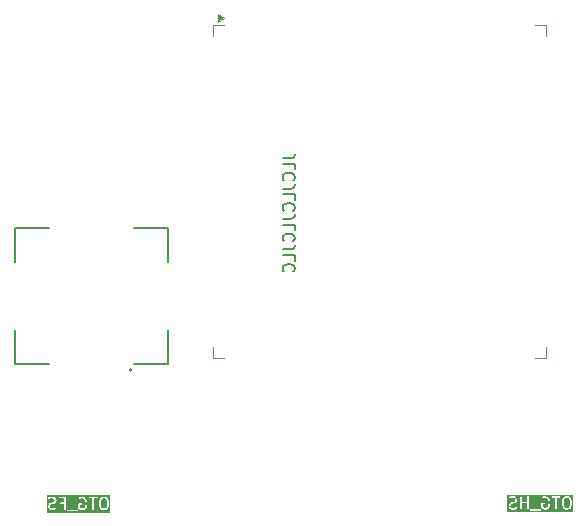
<source format=gbr>
%TF.GenerationSoftware,KiCad,Pcbnew,8.0.1*%
%TF.CreationDate,2024-04-17T21:00:08+02:00*%
%TF.ProjectId,STM32_Dev_Board,53544d33-325f-4446-9576-5f426f617264,rev?*%
%TF.SameCoordinates,Original*%
%TF.FileFunction,Legend,Bot*%
%TF.FilePolarity,Positive*%
%FSLAX46Y46*%
G04 Gerber Fmt 4.6, Leading zero omitted, Abs format (unit mm)*
G04 Created by KiCad (PCBNEW 8.0.1) date 2024-04-17 21:00:08*
%MOMM*%
%LPD*%
G01*
G04 APERTURE LIST*
%ADD10C,0.150000*%
%ADD11C,0.120000*%
%ADD12C,0.127000*%
%ADD13C,0.200000*%
G04 APERTURE END LIST*
D10*
X203844819Y-75247493D02*
X204559104Y-75247493D01*
X204559104Y-75247493D02*
X204701961Y-75199874D01*
X204701961Y-75199874D02*
X204797200Y-75104636D01*
X204797200Y-75104636D02*
X204844819Y-74961779D01*
X204844819Y-74961779D02*
X204844819Y-74866541D01*
X204844819Y-76199874D02*
X204844819Y-75723684D01*
X204844819Y-75723684D02*
X203844819Y-75723684D01*
X204749580Y-77104636D02*
X204797200Y-77057017D01*
X204797200Y-77057017D02*
X204844819Y-76914160D01*
X204844819Y-76914160D02*
X204844819Y-76818922D01*
X204844819Y-76818922D02*
X204797200Y-76676065D01*
X204797200Y-76676065D02*
X204701961Y-76580827D01*
X204701961Y-76580827D02*
X204606723Y-76533208D01*
X204606723Y-76533208D02*
X204416247Y-76485589D01*
X204416247Y-76485589D02*
X204273390Y-76485589D01*
X204273390Y-76485589D02*
X204082914Y-76533208D01*
X204082914Y-76533208D02*
X203987676Y-76580827D01*
X203987676Y-76580827D02*
X203892438Y-76676065D01*
X203892438Y-76676065D02*
X203844819Y-76818922D01*
X203844819Y-76818922D02*
X203844819Y-76914160D01*
X203844819Y-76914160D02*
X203892438Y-77057017D01*
X203892438Y-77057017D02*
X203940057Y-77104636D01*
X203844819Y-77818922D02*
X204559104Y-77818922D01*
X204559104Y-77818922D02*
X204701961Y-77771303D01*
X204701961Y-77771303D02*
X204797200Y-77676065D01*
X204797200Y-77676065D02*
X204844819Y-77533208D01*
X204844819Y-77533208D02*
X204844819Y-77437970D01*
X204844819Y-78771303D02*
X204844819Y-78295113D01*
X204844819Y-78295113D02*
X203844819Y-78295113D01*
X204749580Y-79676065D02*
X204797200Y-79628446D01*
X204797200Y-79628446D02*
X204844819Y-79485589D01*
X204844819Y-79485589D02*
X204844819Y-79390351D01*
X204844819Y-79390351D02*
X204797200Y-79247494D01*
X204797200Y-79247494D02*
X204701961Y-79152256D01*
X204701961Y-79152256D02*
X204606723Y-79104637D01*
X204606723Y-79104637D02*
X204416247Y-79057018D01*
X204416247Y-79057018D02*
X204273390Y-79057018D01*
X204273390Y-79057018D02*
X204082914Y-79104637D01*
X204082914Y-79104637D02*
X203987676Y-79152256D01*
X203987676Y-79152256D02*
X203892438Y-79247494D01*
X203892438Y-79247494D02*
X203844819Y-79390351D01*
X203844819Y-79390351D02*
X203844819Y-79485589D01*
X203844819Y-79485589D02*
X203892438Y-79628446D01*
X203892438Y-79628446D02*
X203940057Y-79676065D01*
X203844819Y-80390351D02*
X204559104Y-80390351D01*
X204559104Y-80390351D02*
X204701961Y-80342732D01*
X204701961Y-80342732D02*
X204797200Y-80247494D01*
X204797200Y-80247494D02*
X204844819Y-80104637D01*
X204844819Y-80104637D02*
X204844819Y-80009399D01*
X204844819Y-81342732D02*
X204844819Y-80866542D01*
X204844819Y-80866542D02*
X203844819Y-80866542D01*
X204749580Y-82247494D02*
X204797200Y-82199875D01*
X204797200Y-82199875D02*
X204844819Y-82057018D01*
X204844819Y-82057018D02*
X204844819Y-81961780D01*
X204844819Y-81961780D02*
X204797200Y-81818923D01*
X204797200Y-81818923D02*
X204701961Y-81723685D01*
X204701961Y-81723685D02*
X204606723Y-81676066D01*
X204606723Y-81676066D02*
X204416247Y-81628447D01*
X204416247Y-81628447D02*
X204273390Y-81628447D01*
X204273390Y-81628447D02*
X204082914Y-81676066D01*
X204082914Y-81676066D02*
X203987676Y-81723685D01*
X203987676Y-81723685D02*
X203892438Y-81818923D01*
X203892438Y-81818923D02*
X203844819Y-81961780D01*
X203844819Y-81961780D02*
X203844819Y-82057018D01*
X203844819Y-82057018D02*
X203892438Y-82199875D01*
X203892438Y-82199875D02*
X203940057Y-82247494D01*
X203844819Y-82961780D02*
X204559104Y-82961780D01*
X204559104Y-82961780D02*
X204701961Y-82914161D01*
X204701961Y-82914161D02*
X204797200Y-82818923D01*
X204797200Y-82818923D02*
X204844819Y-82676066D01*
X204844819Y-82676066D02*
X204844819Y-82580828D01*
X204844819Y-83914161D02*
X204844819Y-83437971D01*
X204844819Y-83437971D02*
X203844819Y-83437971D01*
X204749580Y-84818923D02*
X204797200Y-84771304D01*
X204797200Y-84771304D02*
X204844819Y-84628447D01*
X204844819Y-84628447D02*
X204844819Y-84533209D01*
X204844819Y-84533209D02*
X204797200Y-84390352D01*
X204797200Y-84390352D02*
X204701961Y-84295114D01*
X204701961Y-84295114D02*
X204606723Y-84247495D01*
X204606723Y-84247495D02*
X204416247Y-84199876D01*
X204416247Y-84199876D02*
X204273390Y-84199876D01*
X204273390Y-84199876D02*
X204082914Y-84247495D01*
X204082914Y-84247495D02*
X203987676Y-84295114D01*
X203987676Y-84295114D02*
X203892438Y-84390352D01*
X203892438Y-84390352D02*
X203844819Y-84533209D01*
X203844819Y-84533209D02*
X203844819Y-84628447D01*
X203844819Y-84628447D02*
X203892438Y-84771304D01*
X203892438Y-84771304D02*
X203940057Y-84818923D01*
G36*
X228040168Y-104026770D02*
G01*
X228113960Y-104099152D01*
X228154653Y-104257323D01*
X228155956Y-104572077D01*
X228115842Y-104737325D01*
X228045375Y-104809166D01*
X227975929Y-104844928D01*
X227820760Y-104846018D01*
X227752438Y-104812867D01*
X227678645Y-104740485D01*
X227637952Y-104582313D01*
X227636649Y-104267559D01*
X227676763Y-104102311D01*
X227747231Y-104030470D01*
X227816676Y-103994709D01*
X227971845Y-103993619D01*
X228040168Y-104026770D01*
G37*
G36*
X228415747Y-105201168D02*
G01*
X222853049Y-105201168D01*
X222853049Y-105029689D01*
X224775125Y-105029689D01*
X224786324Y-105056725D01*
X224807016Y-105077417D01*
X224834052Y-105088616D01*
X224848684Y-105090057D01*
X225625221Y-105088616D01*
X225652257Y-105077417D01*
X225672949Y-105056725D01*
X225684148Y-105029689D01*
X225684148Y-105000425D01*
X225672949Y-104973389D01*
X225652257Y-104952697D01*
X225625221Y-104941498D01*
X225610589Y-104940057D01*
X224834052Y-104941498D01*
X224807016Y-104952697D01*
X224786324Y-104973389D01*
X224775125Y-105000425D01*
X224775125Y-105029689D01*
X222853049Y-105029689D01*
X222853049Y-104634104D01*
X222964160Y-104634104D01*
X222965265Y-104718410D01*
X222964749Y-104719961D01*
X222965407Y-104729230D01*
X222965601Y-104743974D01*
X222966632Y-104746463D01*
X222966823Y-104749151D01*
X222972078Y-104762883D01*
X223020768Y-104857435D01*
X223024418Y-104866247D01*
X223026801Y-104869151D01*
X223027529Y-104870564D01*
X223029027Y-104871863D01*
X223033745Y-104877612D01*
X223082780Y-104924953D01*
X223088414Y-104931450D01*
X223091559Y-104933429D01*
X223092730Y-104934560D01*
X223094557Y-104935317D01*
X223100857Y-104939282D01*
X223186746Y-104980957D01*
X223187968Y-104982179D01*
X223196827Y-104985848D01*
X223209826Y-104992156D01*
X223212515Y-104992347D01*
X223215004Y-104993378D01*
X223229636Y-104994819D01*
X223466405Y-104993468D01*
X223477111Y-104994230D01*
X223480819Y-104993386D01*
X223482363Y-104993378D01*
X223484194Y-104992619D01*
X223491448Y-104990970D01*
X223647730Y-104937357D01*
X223669837Y-104918183D01*
X223682924Y-104892010D01*
X223684999Y-104862820D01*
X223675745Y-104835058D01*
X223656571Y-104812950D01*
X223630397Y-104799864D01*
X223601207Y-104797789D01*
X223586870Y-104801049D01*
X223459137Y-104844867D01*
X223249423Y-104846063D01*
X223180802Y-104812767D01*
X223149475Y-104782521D01*
X223113952Y-104713540D01*
X223113163Y-104653379D01*
X223146212Y-104585269D01*
X223176456Y-104553942D01*
X223250937Y-104515588D01*
X223432524Y-104468871D01*
X223439921Y-104468346D01*
X223450903Y-104464143D01*
X223452148Y-104463823D01*
X223452583Y-104463500D01*
X223453653Y-104463091D01*
X223548209Y-104414398D01*
X223557018Y-104410750D01*
X223559920Y-104408367D01*
X223561334Y-104407640D01*
X223562633Y-104406141D01*
X223568383Y-104401423D01*
X223615724Y-104352387D01*
X223622219Y-104346755D01*
X223624198Y-104343609D01*
X223625329Y-104342439D01*
X223626086Y-104340611D01*
X223630051Y-104334312D01*
X223671726Y-104248422D01*
X223672948Y-104247201D01*
X223676617Y-104238341D01*
X223682925Y-104225343D01*
X223683116Y-104222653D01*
X223684147Y-104220165D01*
X223685588Y-104205533D01*
X223684482Y-104121225D01*
X223684999Y-104119675D01*
X223684340Y-104110404D01*
X223684147Y-104095663D01*
X223683116Y-104093174D01*
X223682925Y-104090485D01*
X223677670Y-104076754D01*
X223628978Y-103982199D01*
X223625329Y-103973389D01*
X223622946Y-103970486D01*
X223622219Y-103969073D01*
X223620720Y-103967773D01*
X223616002Y-103962024D01*
X223572287Y-103919819D01*
X223964160Y-103919819D01*
X223965601Y-104934451D01*
X223976800Y-104961487D01*
X223997492Y-104982179D01*
X224024528Y-104993378D01*
X224053792Y-104993378D01*
X224080828Y-104982179D01*
X224101520Y-104961487D01*
X224112719Y-104934451D01*
X224114160Y-104919819D01*
X224113522Y-104470826D01*
X224536369Y-104469786D01*
X224537029Y-104934451D01*
X224548228Y-104961487D01*
X224568920Y-104982179D01*
X224595956Y-104993378D01*
X224625220Y-104993378D01*
X224652256Y-104982179D01*
X224672948Y-104961487D01*
X224684147Y-104934451D01*
X224685588Y-104919819D01*
X224684979Y-104491247D01*
X225726065Y-104491247D01*
X225727506Y-104839212D01*
X225730966Y-104847565D01*
X225738704Y-104866247D01*
X225748031Y-104877612D01*
X225788856Y-104917027D01*
X225789434Y-104918183D01*
X225795525Y-104923466D01*
X225807016Y-104934560D01*
X225809504Y-104935590D01*
X225811541Y-104937357D01*
X225824967Y-104943351D01*
X225967548Y-104989500D01*
X225976909Y-104993378D01*
X225980672Y-104993748D01*
X225982160Y-104994230D01*
X225984134Y-104994089D01*
X225991541Y-104994819D01*
X226086858Y-104993568D01*
X226096159Y-104994230D01*
X226099813Y-104993398D01*
X226101411Y-104993378D01*
X226103242Y-104992619D01*
X226110496Y-104990970D01*
X226242286Y-104945759D01*
X226244268Y-104945759D01*
X226253820Y-104941802D01*
X226266778Y-104937357D01*
X226268813Y-104935591D01*
X226271304Y-104934560D01*
X226282669Y-104925233D01*
X226376601Y-104829468D01*
X226384124Y-104822945D01*
X226386136Y-104819748D01*
X226387235Y-104818628D01*
X226387992Y-104816798D01*
X226391956Y-104810502D01*
X226436224Y-104719269D01*
X226440307Y-104713759D01*
X226444242Y-104702743D01*
X226444830Y-104701533D01*
X226444868Y-104700992D01*
X226445254Y-104699913D01*
X226490494Y-104513547D01*
X226493671Y-104505879D01*
X226494568Y-104496764D01*
X226495023Y-104494893D01*
X226494860Y-104493800D01*
X226495112Y-104491247D01*
X226493844Y-104352667D01*
X226495023Y-104344744D01*
X226493688Y-104335719D01*
X226493671Y-104333758D01*
X226493248Y-104332736D01*
X226492873Y-104330200D01*
X226445355Y-104145501D01*
X226444830Y-104138104D01*
X226440626Y-104127121D01*
X226440307Y-104125878D01*
X226439984Y-104125442D01*
X226439575Y-104124373D01*
X226390886Y-104029823D01*
X226387235Y-104021008D01*
X226384850Y-104018102D01*
X226384124Y-104016692D01*
X226382627Y-104015393D01*
X226377907Y-104009643D01*
X226301249Y-103934451D01*
X226632268Y-103934451D01*
X226643467Y-103961487D01*
X226664159Y-103982179D01*
X226691195Y-103993378D01*
X226705827Y-103994819D01*
X226916646Y-103994300D01*
X226917982Y-104934451D01*
X226929181Y-104961487D01*
X226949873Y-104982179D01*
X226976909Y-104993378D01*
X227006173Y-104993378D01*
X227033209Y-104982179D01*
X227053901Y-104961487D01*
X227065100Y-104934451D01*
X227066541Y-104919819D01*
X227065594Y-104253152D01*
X227487970Y-104253152D01*
X227489330Y-104581588D01*
X227488059Y-104590131D01*
X227489403Y-104599223D01*
X227489411Y-104601117D01*
X227489833Y-104602138D01*
X227490209Y-104604675D01*
X227537030Y-104786666D01*
X227537030Y-104791592D01*
X227540374Y-104799667D01*
X227542775Y-104808997D01*
X227546094Y-104813476D01*
X227548228Y-104818628D01*
X227557556Y-104829994D01*
X227653323Y-104923932D01*
X227659843Y-104931450D01*
X227663036Y-104933460D01*
X227664159Y-104934561D01*
X227665991Y-104935319D01*
X227672286Y-104939282D01*
X227758175Y-104980957D01*
X227759397Y-104982179D01*
X227768256Y-104985848D01*
X227781255Y-104992156D01*
X227783944Y-104992347D01*
X227786433Y-104993378D01*
X227801065Y-104994819D01*
X227980152Y-104993560D01*
X227982160Y-104994230D01*
X227992832Y-104993471D01*
X228006173Y-104993378D01*
X228008662Y-104992346D01*
X228011350Y-104992156D01*
X228025082Y-104986901D01*
X228119636Y-104938209D01*
X228128447Y-104934560D01*
X228131349Y-104932177D01*
X228132763Y-104931450D01*
X228134062Y-104929951D01*
X228139812Y-104925233D01*
X228228407Y-104834909D01*
X228232409Y-104832509D01*
X228237494Y-104825645D01*
X228244378Y-104818628D01*
X228246511Y-104813476D01*
X228249831Y-104808997D01*
X228254778Y-104795151D01*
X228300018Y-104608785D01*
X228303195Y-104601117D01*
X228304092Y-104592002D01*
X228304547Y-104590131D01*
X228304384Y-104589038D01*
X228304636Y-104586485D01*
X228303275Y-104258048D01*
X228304547Y-104249506D01*
X228303202Y-104240413D01*
X228303195Y-104238520D01*
X228302772Y-104237498D01*
X228302397Y-104234962D01*
X228255576Y-104052970D01*
X228255576Y-104048045D01*
X228252230Y-104039968D01*
X228249831Y-104030640D01*
X228246512Y-104026161D01*
X228244378Y-104021008D01*
X228235050Y-104009643D01*
X228139287Y-103915711D01*
X228132763Y-103908188D01*
X228129566Y-103906175D01*
X228128447Y-103905078D01*
X228126619Y-103904320D01*
X228120320Y-103900356D01*
X228034431Y-103858681D01*
X228033209Y-103857459D01*
X228024343Y-103853786D01*
X228011350Y-103847482D01*
X228008662Y-103847291D01*
X228006173Y-103846260D01*
X227991541Y-103844819D01*
X227812452Y-103846077D01*
X227810445Y-103845408D01*
X227799772Y-103846166D01*
X227786433Y-103846260D01*
X227783944Y-103847290D01*
X227781255Y-103847482D01*
X227767524Y-103852737D01*
X227672974Y-103901425D01*
X227664159Y-103905077D01*
X227661253Y-103907461D01*
X227659843Y-103908188D01*
X227658544Y-103909684D01*
X227652794Y-103914405D01*
X227564198Y-104004726D01*
X227560197Y-104007128D01*
X227555110Y-104013991D01*
X227548229Y-104021008D01*
X227546095Y-104026158D01*
X227542775Y-104030640D01*
X227537828Y-104044486D01*
X227492587Y-104230851D01*
X227489411Y-104238520D01*
X227488513Y-104247634D01*
X227488059Y-104249506D01*
X227488221Y-104250598D01*
X227487970Y-104253152D01*
X227065594Y-104253152D01*
X227065226Y-103993935D01*
X227291887Y-103993378D01*
X227318923Y-103982179D01*
X227339615Y-103961487D01*
X227350814Y-103934451D01*
X227350814Y-103905187D01*
X227339615Y-103878151D01*
X227318923Y-103857459D01*
X227291887Y-103846260D01*
X227277255Y-103844819D01*
X226691195Y-103846260D01*
X226664159Y-103857459D01*
X226643467Y-103878151D01*
X226632268Y-103905187D01*
X226632268Y-103934451D01*
X226301249Y-103934451D01*
X226289736Y-103923158D01*
X226288885Y-103921455D01*
X226281242Y-103914826D01*
X226271304Y-103905078D01*
X226268813Y-103904046D01*
X226266778Y-103902281D01*
X226253353Y-103896287D01*
X226110774Y-103850138D01*
X226101411Y-103846260D01*
X226097645Y-103845889D01*
X226096159Y-103845408D01*
X226094184Y-103845548D01*
X226086779Y-103844819D01*
X225955148Y-103846023D01*
X225953302Y-103845408D01*
X225943087Y-103846133D01*
X225929290Y-103846260D01*
X225926801Y-103847290D01*
X225924112Y-103847482D01*
X225910381Y-103852737D01*
X225802700Y-103908188D01*
X225783527Y-103930296D01*
X225774273Y-103958057D01*
X225776347Y-103987247D01*
X225789434Y-104013422D01*
X225811542Y-104032595D01*
X225839303Y-104041849D01*
X225868493Y-104039775D01*
X225882225Y-104034520D01*
X225959599Y-103994675D01*
X226071351Y-103993653D01*
X226187632Y-104031290D01*
X226261841Y-104104080D01*
X226300532Y-104179215D01*
X226345150Y-104352645D01*
X226346292Y-104477417D01*
X226304266Y-104650540D01*
X226265541Y-104730350D01*
X226191264Y-104806076D01*
X226077992Y-104844934D01*
X226006614Y-104845870D01*
X225890422Y-104808262D01*
X225875939Y-104794279D01*
X225874993Y-104565727D01*
X226006173Y-104564806D01*
X226033209Y-104553607D01*
X226053901Y-104532915D01*
X226065100Y-104505879D01*
X226065100Y-104476615D01*
X226053901Y-104449579D01*
X226033209Y-104428887D01*
X226006173Y-104417688D01*
X225991541Y-104416247D01*
X225786433Y-104417688D01*
X225759397Y-104428887D01*
X225738705Y-104449579D01*
X225727506Y-104476615D01*
X225726065Y-104491247D01*
X224684979Y-104491247D01*
X224684147Y-103905187D01*
X224672948Y-103878151D01*
X224652256Y-103857459D01*
X224625220Y-103846260D01*
X224595956Y-103846260D01*
X224568920Y-103857459D01*
X224548228Y-103878151D01*
X224537029Y-103905187D01*
X224535588Y-103919819D01*
X224536158Y-104321192D01*
X224113311Y-104322231D01*
X224112719Y-103905187D01*
X224101520Y-103878151D01*
X224080828Y-103857459D01*
X224053792Y-103846260D01*
X224024528Y-103846260D01*
X223997492Y-103857459D01*
X223976800Y-103878151D01*
X223965601Y-103905187D01*
X223964160Y-103919819D01*
X223572287Y-103919819D01*
X223566966Y-103914682D01*
X223561334Y-103908188D01*
X223558188Y-103906208D01*
X223557018Y-103905078D01*
X223555190Y-103904320D01*
X223548891Y-103900356D01*
X223463002Y-103858681D01*
X223461780Y-103857459D01*
X223452914Y-103853786D01*
X223439921Y-103847482D01*
X223437233Y-103847291D01*
X223434744Y-103846260D01*
X223420112Y-103844819D01*
X223183341Y-103846169D01*
X223172636Y-103845408D01*
X223168927Y-103846251D01*
X223167385Y-103846260D01*
X223165554Y-103847018D01*
X223158299Y-103848668D01*
X223002017Y-103902281D01*
X222979910Y-103921455D01*
X222966824Y-103947628D01*
X222964749Y-103976818D01*
X222974003Y-104004581D01*
X222993177Y-104026688D01*
X223019350Y-104039774D01*
X223048540Y-104041849D01*
X223062877Y-104038589D01*
X223190609Y-103994770D01*
X223400324Y-103993574D01*
X223468946Y-104026871D01*
X223500273Y-104057115D01*
X223535795Y-104126096D01*
X223536584Y-104186257D01*
X223503536Y-104254366D01*
X223473291Y-104285694D01*
X223398810Y-104324048D01*
X223217223Y-104370765D01*
X223209826Y-104371291D01*
X223198843Y-104375494D01*
X223197600Y-104375814D01*
X223197164Y-104376136D01*
X223196095Y-104376546D01*
X223101540Y-104425237D01*
X223092730Y-104428887D01*
X223089827Y-104431269D01*
X223088414Y-104431997D01*
X223087114Y-104433495D01*
X223081365Y-104438214D01*
X223034023Y-104487249D01*
X223027529Y-104492882D01*
X223025549Y-104496027D01*
X223024419Y-104497198D01*
X223023661Y-104499025D01*
X223019697Y-104505325D01*
X222978022Y-104591213D01*
X222976800Y-104592436D01*
X222973127Y-104601301D01*
X222966823Y-104614295D01*
X222966632Y-104616982D01*
X222965601Y-104619472D01*
X222964160Y-104634104D01*
X222853049Y-104634104D01*
X222853049Y-103733708D01*
X228415747Y-103733708D01*
X228415747Y-105201168D01*
G37*
G36*
X188849692Y-104076770D02*
G01*
X188923484Y-104149152D01*
X188964177Y-104307323D01*
X188965480Y-104622077D01*
X188925366Y-104787325D01*
X188854899Y-104859166D01*
X188785453Y-104894928D01*
X188630284Y-104896018D01*
X188561962Y-104862867D01*
X188488169Y-104790485D01*
X188447476Y-104632313D01*
X188446173Y-104317559D01*
X188486287Y-104152311D01*
X188556755Y-104080470D01*
X188626200Y-104044709D01*
X188781369Y-104043619D01*
X188849692Y-104076770D01*
G37*
G36*
X189225271Y-105251168D02*
G01*
X183853049Y-105251168D01*
X183853049Y-105079689D01*
X185584649Y-105079689D01*
X185595848Y-105106725D01*
X185616540Y-105127417D01*
X185643576Y-105138616D01*
X185658208Y-105140057D01*
X186434745Y-105138616D01*
X186461781Y-105127417D01*
X186482473Y-105106725D01*
X186493672Y-105079689D01*
X186493672Y-105050425D01*
X186482473Y-105023389D01*
X186461781Y-105002697D01*
X186434745Y-104991498D01*
X186420113Y-104990057D01*
X185643576Y-104991498D01*
X185616540Y-105002697D01*
X185595848Y-105023389D01*
X185584649Y-105050425D01*
X185584649Y-105079689D01*
X183853049Y-105079689D01*
X183853049Y-104684104D01*
X183964160Y-104684104D01*
X183965265Y-104768410D01*
X183964749Y-104769961D01*
X183965407Y-104779230D01*
X183965601Y-104793974D01*
X183966632Y-104796463D01*
X183966823Y-104799151D01*
X183972078Y-104812883D01*
X184020768Y-104907435D01*
X184024418Y-104916247D01*
X184026801Y-104919151D01*
X184027529Y-104920564D01*
X184029027Y-104921863D01*
X184033745Y-104927612D01*
X184082780Y-104974953D01*
X184088414Y-104981450D01*
X184091559Y-104983429D01*
X184092730Y-104984560D01*
X184094557Y-104985317D01*
X184100857Y-104989282D01*
X184186746Y-105030957D01*
X184187968Y-105032179D01*
X184196827Y-105035848D01*
X184209826Y-105042156D01*
X184212515Y-105042347D01*
X184215004Y-105043378D01*
X184229636Y-105044819D01*
X184466405Y-105043468D01*
X184477111Y-105044230D01*
X184480819Y-105043386D01*
X184482363Y-105043378D01*
X184484194Y-105042619D01*
X184491448Y-105040970D01*
X184647730Y-104987357D01*
X184669837Y-104968183D01*
X184682924Y-104942010D01*
X184684999Y-104912820D01*
X184675745Y-104885058D01*
X184656571Y-104862950D01*
X184630397Y-104849864D01*
X184601207Y-104847789D01*
X184586870Y-104851049D01*
X184459137Y-104894867D01*
X184249423Y-104896063D01*
X184180802Y-104862767D01*
X184149475Y-104832521D01*
X184113952Y-104763540D01*
X184113163Y-104703379D01*
X184146212Y-104635269D01*
X184176456Y-104603942D01*
X184250937Y-104565588D01*
X184432524Y-104518871D01*
X184439921Y-104518346D01*
X184450903Y-104514143D01*
X184452148Y-104513823D01*
X184452583Y-104513500D01*
X184453653Y-104513091D01*
X184548209Y-104464398D01*
X184557018Y-104460750D01*
X184559920Y-104458367D01*
X184561334Y-104457640D01*
X184562633Y-104456141D01*
X184568383Y-104451423D01*
X184615724Y-104402387D01*
X184622219Y-104396755D01*
X184624198Y-104393609D01*
X184625329Y-104392439D01*
X184626086Y-104390611D01*
X184630051Y-104384312D01*
X184671726Y-104298422D01*
X184672948Y-104297201D01*
X184676617Y-104288341D01*
X184682925Y-104275343D01*
X184683116Y-104272653D01*
X184684147Y-104270165D01*
X184685588Y-104255533D01*
X184684482Y-104171225D01*
X184684999Y-104169675D01*
X184684340Y-104160404D01*
X184684147Y-104145663D01*
X184683116Y-104143174D01*
X184682925Y-104140485D01*
X184677670Y-104126754D01*
X184628978Y-104032199D01*
X184625329Y-104023389D01*
X184622946Y-104020486D01*
X184622219Y-104019073D01*
X184620720Y-104017773D01*
X184616002Y-104012024D01*
X184587442Y-103984451D01*
X184870363Y-103984451D01*
X184881562Y-104011487D01*
X184902254Y-104032179D01*
X184929290Y-104043378D01*
X184943922Y-104044819D01*
X185345216Y-104043640D01*
X185345682Y-104371317D01*
X185072147Y-104372450D01*
X185045111Y-104383649D01*
X185024419Y-104404341D01*
X185013220Y-104431377D01*
X185013220Y-104460641D01*
X185024419Y-104487677D01*
X185045111Y-104508369D01*
X185072147Y-104519568D01*
X185086779Y-104521009D01*
X185345893Y-104519935D01*
X185346553Y-104984451D01*
X185357752Y-105011487D01*
X185378444Y-105032179D01*
X185405480Y-105043378D01*
X185434744Y-105043378D01*
X185461780Y-105032179D01*
X185482472Y-105011487D01*
X185493671Y-104984451D01*
X185495112Y-104969819D01*
X185494503Y-104541247D01*
X186535589Y-104541247D01*
X186537030Y-104889212D01*
X186540490Y-104897565D01*
X186548228Y-104916247D01*
X186557555Y-104927612D01*
X186598380Y-104967027D01*
X186598958Y-104968183D01*
X186605049Y-104973466D01*
X186616540Y-104984560D01*
X186619028Y-104985590D01*
X186621065Y-104987357D01*
X186634491Y-104993351D01*
X186777072Y-105039500D01*
X186786433Y-105043378D01*
X186790196Y-105043748D01*
X186791684Y-105044230D01*
X186793658Y-105044089D01*
X186801065Y-105044819D01*
X186896382Y-105043568D01*
X186905683Y-105044230D01*
X186909337Y-105043398D01*
X186910935Y-105043378D01*
X186912766Y-105042619D01*
X186920020Y-105040970D01*
X187051810Y-104995759D01*
X187053792Y-104995759D01*
X187063344Y-104991802D01*
X187076302Y-104987357D01*
X187078337Y-104985591D01*
X187080828Y-104984560D01*
X187092193Y-104975233D01*
X187186125Y-104879468D01*
X187193648Y-104872945D01*
X187195660Y-104869748D01*
X187196759Y-104868628D01*
X187197516Y-104866798D01*
X187201480Y-104860502D01*
X187245748Y-104769269D01*
X187249831Y-104763759D01*
X187253766Y-104752743D01*
X187254354Y-104751533D01*
X187254392Y-104750992D01*
X187254778Y-104749913D01*
X187300018Y-104563547D01*
X187303195Y-104555879D01*
X187304092Y-104546764D01*
X187304547Y-104544893D01*
X187304384Y-104543800D01*
X187304636Y-104541247D01*
X187303368Y-104402667D01*
X187304547Y-104394744D01*
X187303212Y-104385719D01*
X187303195Y-104383758D01*
X187302772Y-104382736D01*
X187302397Y-104380200D01*
X187254879Y-104195501D01*
X187254354Y-104188104D01*
X187250150Y-104177121D01*
X187249831Y-104175878D01*
X187249508Y-104175442D01*
X187249099Y-104174373D01*
X187200410Y-104079823D01*
X187196759Y-104071008D01*
X187194374Y-104068102D01*
X187193648Y-104066692D01*
X187192151Y-104065393D01*
X187187431Y-104059643D01*
X187110773Y-103984451D01*
X187441792Y-103984451D01*
X187452991Y-104011487D01*
X187473683Y-104032179D01*
X187500719Y-104043378D01*
X187515351Y-104044819D01*
X187726170Y-104044300D01*
X187727506Y-104984451D01*
X187738705Y-105011487D01*
X187759397Y-105032179D01*
X187786433Y-105043378D01*
X187815697Y-105043378D01*
X187842733Y-105032179D01*
X187863425Y-105011487D01*
X187874624Y-104984451D01*
X187876065Y-104969819D01*
X187875118Y-104303152D01*
X188297494Y-104303152D01*
X188298854Y-104631588D01*
X188297583Y-104640131D01*
X188298927Y-104649223D01*
X188298935Y-104651117D01*
X188299357Y-104652138D01*
X188299733Y-104654675D01*
X188346554Y-104836666D01*
X188346554Y-104841592D01*
X188349898Y-104849667D01*
X188352299Y-104858997D01*
X188355618Y-104863476D01*
X188357752Y-104868628D01*
X188367080Y-104879994D01*
X188462847Y-104973932D01*
X188469367Y-104981450D01*
X188472560Y-104983460D01*
X188473683Y-104984561D01*
X188475515Y-104985319D01*
X188481810Y-104989282D01*
X188567699Y-105030957D01*
X188568921Y-105032179D01*
X188577780Y-105035848D01*
X188590779Y-105042156D01*
X188593468Y-105042347D01*
X188595957Y-105043378D01*
X188610589Y-105044819D01*
X188789676Y-105043560D01*
X188791684Y-105044230D01*
X188802356Y-105043471D01*
X188815697Y-105043378D01*
X188818186Y-105042346D01*
X188820874Y-105042156D01*
X188834606Y-105036901D01*
X188929160Y-104988209D01*
X188937971Y-104984560D01*
X188940873Y-104982177D01*
X188942287Y-104981450D01*
X188943586Y-104979951D01*
X188949336Y-104975233D01*
X189037931Y-104884909D01*
X189041933Y-104882509D01*
X189047018Y-104875645D01*
X189053902Y-104868628D01*
X189056035Y-104863476D01*
X189059355Y-104858997D01*
X189064302Y-104845151D01*
X189109542Y-104658785D01*
X189112719Y-104651117D01*
X189113616Y-104642002D01*
X189114071Y-104640131D01*
X189113908Y-104639038D01*
X189114160Y-104636485D01*
X189112799Y-104308048D01*
X189114071Y-104299506D01*
X189112726Y-104290413D01*
X189112719Y-104288520D01*
X189112296Y-104287498D01*
X189111921Y-104284962D01*
X189065100Y-104102970D01*
X189065100Y-104098045D01*
X189061754Y-104089968D01*
X189059355Y-104080640D01*
X189056036Y-104076161D01*
X189053902Y-104071008D01*
X189044574Y-104059643D01*
X188948811Y-103965711D01*
X188942287Y-103958188D01*
X188939090Y-103956175D01*
X188937971Y-103955078D01*
X188936143Y-103954320D01*
X188929844Y-103950356D01*
X188843955Y-103908681D01*
X188842733Y-103907459D01*
X188833867Y-103903786D01*
X188820874Y-103897482D01*
X188818186Y-103897291D01*
X188815697Y-103896260D01*
X188801065Y-103894819D01*
X188621976Y-103896077D01*
X188619969Y-103895408D01*
X188609296Y-103896166D01*
X188595957Y-103896260D01*
X188593468Y-103897290D01*
X188590779Y-103897482D01*
X188577048Y-103902737D01*
X188482498Y-103951425D01*
X188473683Y-103955077D01*
X188470777Y-103957461D01*
X188469367Y-103958188D01*
X188468068Y-103959684D01*
X188462318Y-103964405D01*
X188373722Y-104054726D01*
X188369721Y-104057128D01*
X188364634Y-104063991D01*
X188357753Y-104071008D01*
X188355619Y-104076158D01*
X188352299Y-104080640D01*
X188347352Y-104094486D01*
X188302111Y-104280851D01*
X188298935Y-104288520D01*
X188298037Y-104297634D01*
X188297583Y-104299506D01*
X188297745Y-104300598D01*
X188297494Y-104303152D01*
X187875118Y-104303152D01*
X187874750Y-104043935D01*
X188101411Y-104043378D01*
X188128447Y-104032179D01*
X188149139Y-104011487D01*
X188160338Y-103984451D01*
X188160338Y-103955187D01*
X188149139Y-103928151D01*
X188128447Y-103907459D01*
X188101411Y-103896260D01*
X188086779Y-103894819D01*
X187500719Y-103896260D01*
X187473683Y-103907459D01*
X187452991Y-103928151D01*
X187441792Y-103955187D01*
X187441792Y-103984451D01*
X187110773Y-103984451D01*
X187099260Y-103973158D01*
X187098409Y-103971455D01*
X187090766Y-103964826D01*
X187080828Y-103955078D01*
X187078337Y-103954046D01*
X187076302Y-103952281D01*
X187062877Y-103946287D01*
X186920298Y-103900138D01*
X186910935Y-103896260D01*
X186907169Y-103895889D01*
X186905683Y-103895408D01*
X186903708Y-103895548D01*
X186896303Y-103894819D01*
X186764672Y-103896023D01*
X186762826Y-103895408D01*
X186752611Y-103896133D01*
X186738814Y-103896260D01*
X186736325Y-103897290D01*
X186733636Y-103897482D01*
X186719905Y-103902737D01*
X186612224Y-103958188D01*
X186593051Y-103980296D01*
X186583797Y-104008057D01*
X186585871Y-104037247D01*
X186598958Y-104063422D01*
X186621066Y-104082595D01*
X186648827Y-104091849D01*
X186678017Y-104089775D01*
X186691749Y-104084520D01*
X186769123Y-104044675D01*
X186880875Y-104043653D01*
X186997156Y-104081290D01*
X187071365Y-104154080D01*
X187110056Y-104229215D01*
X187154674Y-104402645D01*
X187155816Y-104527417D01*
X187113790Y-104700540D01*
X187075065Y-104780350D01*
X187000788Y-104856076D01*
X186887516Y-104894934D01*
X186816138Y-104895870D01*
X186699946Y-104858262D01*
X186685463Y-104844279D01*
X186684517Y-104615727D01*
X186815697Y-104614806D01*
X186842733Y-104603607D01*
X186863425Y-104582915D01*
X186874624Y-104555879D01*
X186874624Y-104526615D01*
X186863425Y-104499579D01*
X186842733Y-104478887D01*
X186815697Y-104467688D01*
X186801065Y-104466247D01*
X186595957Y-104467688D01*
X186568921Y-104478887D01*
X186548229Y-104499579D01*
X186537030Y-104526615D01*
X186535589Y-104541247D01*
X185494503Y-104541247D01*
X185493671Y-103955187D01*
X185482472Y-103928151D01*
X185461780Y-103907459D01*
X185434744Y-103896260D01*
X185420112Y-103894819D01*
X184929290Y-103896260D01*
X184902254Y-103907459D01*
X184881562Y-103928151D01*
X184870363Y-103955187D01*
X184870363Y-103984451D01*
X184587442Y-103984451D01*
X184566966Y-103964682D01*
X184561334Y-103958188D01*
X184558188Y-103956208D01*
X184557018Y-103955078D01*
X184555190Y-103954320D01*
X184548891Y-103950356D01*
X184463002Y-103908681D01*
X184461780Y-103907459D01*
X184452914Y-103903786D01*
X184439921Y-103897482D01*
X184437233Y-103897291D01*
X184434744Y-103896260D01*
X184420112Y-103894819D01*
X184183341Y-103896169D01*
X184172636Y-103895408D01*
X184168927Y-103896251D01*
X184167385Y-103896260D01*
X184165554Y-103897018D01*
X184158299Y-103898668D01*
X184002017Y-103952281D01*
X183979910Y-103971455D01*
X183966824Y-103997628D01*
X183964749Y-104026818D01*
X183974003Y-104054581D01*
X183993177Y-104076688D01*
X184019350Y-104089774D01*
X184048540Y-104091849D01*
X184062877Y-104088589D01*
X184190609Y-104044770D01*
X184400324Y-104043574D01*
X184468946Y-104076871D01*
X184500273Y-104107115D01*
X184535795Y-104176096D01*
X184536584Y-104236257D01*
X184503536Y-104304366D01*
X184473291Y-104335694D01*
X184398810Y-104374048D01*
X184217223Y-104420765D01*
X184209826Y-104421291D01*
X184198843Y-104425494D01*
X184197600Y-104425814D01*
X184197164Y-104426136D01*
X184196095Y-104426546D01*
X184101540Y-104475237D01*
X184092730Y-104478887D01*
X184089827Y-104481269D01*
X184088414Y-104481997D01*
X184087114Y-104483495D01*
X184081365Y-104488214D01*
X184034023Y-104537249D01*
X184027529Y-104542882D01*
X184025549Y-104546027D01*
X184024419Y-104547198D01*
X184023661Y-104549025D01*
X184019697Y-104555325D01*
X183978022Y-104641213D01*
X183976800Y-104642436D01*
X183973127Y-104651301D01*
X183966823Y-104664295D01*
X183966632Y-104666982D01*
X183965601Y-104669472D01*
X183964160Y-104684104D01*
X183853049Y-104684104D01*
X183853049Y-103783708D01*
X189225271Y-103783708D01*
X189225271Y-105251168D01*
G37*
D11*
%TO.C,U4*%
X197915000Y-63940000D02*
X197915000Y-64890000D01*
X197915000Y-92160000D02*
X197915000Y-91210000D01*
X198865000Y-63940000D02*
X197915000Y-63940000D01*
X198865000Y-92160000D02*
X197915000Y-92160000D01*
X225185000Y-63940000D02*
X226135000Y-63940000D01*
X225185000Y-92160000D02*
X226135000Y-92160000D01*
X226135000Y-63940000D02*
X226135000Y-64890000D01*
X226135000Y-92160000D02*
X226135000Y-91210000D01*
X198865000Y-63337500D02*
X198395000Y-63677500D01*
X198395000Y-62997500D01*
X198865000Y-63337500D01*
G36*
X198865000Y-63337500D02*
G01*
X198395000Y-63677500D01*
X198395000Y-62997500D01*
X198865000Y-63337500D01*
G37*
D12*
%TO.C,U12*%
X181150000Y-84025000D02*
X181150000Y-81150000D01*
X181150000Y-92650000D02*
X181150000Y-89775000D01*
X184025000Y-81150000D02*
X181150000Y-81150000D01*
X184025000Y-92650000D02*
X181150000Y-92650000D01*
X194150000Y-81150000D02*
X191275000Y-81150000D01*
X194150000Y-84025000D02*
X194150000Y-81150000D01*
X194150000Y-92650000D02*
X191275000Y-92650000D01*
X194150000Y-92650000D02*
X194150000Y-89775000D01*
D13*
X191050000Y-93200000D02*
G75*
G02*
X190850000Y-93200000I-100000J0D01*
G01*
X190850000Y-93200000D02*
G75*
G02*
X191050000Y-93200000I100000J0D01*
G01*
%TD*%
M02*

</source>
